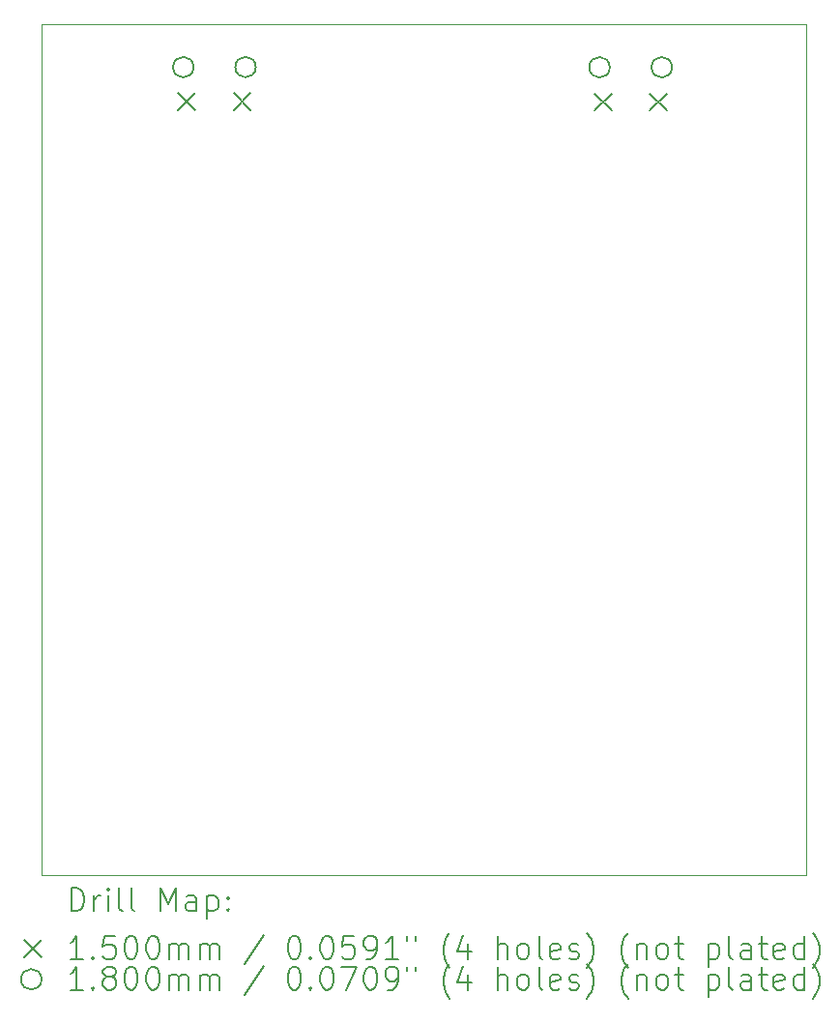
<source format=gbr>
%TF.GenerationSoftware,KiCad,Pcbnew,7.0.10+1*%
%TF.CreationDate,2024-02-25T17:46:58-05:00*%
%TF.ProjectId,DeskHop_JLCPCB,4465736b-486f-4705-9f4a-4c435043422e,rev?*%
%TF.SameCoordinates,Original*%
%TF.FileFunction,Drillmap*%
%TF.FilePolarity,Positive*%
%FSLAX45Y45*%
G04 Gerber Fmt 4.5, Leading zero omitted, Abs format (unit mm)*
G04 Created by KiCad (PCBNEW 7.0.10+1) date 2024-02-25 17:46:58*
%MOMM*%
%LPD*%
G01*
G04 APERTURE LIST*
%ADD10C,0.050000*%
%ADD11C,0.200000*%
%ADD12C,0.150000*%
%ADD13C,0.180000*%
G04 APERTURE END LIST*
D10*
X3377340Y-4108512D02*
X10068957Y-4108512D01*
X10068957Y-11556637D01*
X3377340Y-11556637D01*
X3377340Y-4108512D01*
D11*
D12*
X4571052Y-4709825D02*
X4721052Y-4859825D01*
X4721052Y-4709825D02*
X4571052Y-4859825D01*
X5056052Y-4709825D02*
X5206052Y-4859825D01*
X5206052Y-4709825D02*
X5056052Y-4859825D01*
X8216900Y-4711400D02*
X8366900Y-4861400D01*
X8366900Y-4711400D02*
X8216900Y-4861400D01*
X8701900Y-4711400D02*
X8851900Y-4861400D01*
X8851900Y-4711400D02*
X8701900Y-4861400D01*
D13*
X4706052Y-4481825D02*
G75*
G03*
X4526052Y-4481825I-90000J0D01*
G01*
X4526052Y-4481825D02*
G75*
G03*
X4706052Y-4481825I90000J0D01*
G01*
X5251052Y-4481825D02*
G75*
G03*
X5071052Y-4481825I-90000J0D01*
G01*
X5071052Y-4481825D02*
G75*
G03*
X5251052Y-4481825I90000J0D01*
G01*
X8351900Y-4483400D02*
G75*
G03*
X8171900Y-4483400I-90000J0D01*
G01*
X8171900Y-4483400D02*
G75*
G03*
X8351900Y-4483400I90000J0D01*
G01*
X8896900Y-4483400D02*
G75*
G03*
X8716900Y-4483400I-90000J0D01*
G01*
X8716900Y-4483400D02*
G75*
G03*
X8896900Y-4483400I90000J0D01*
G01*
D11*
X3635617Y-11870621D02*
X3635617Y-11670621D01*
X3635617Y-11670621D02*
X3683236Y-11670621D01*
X3683236Y-11670621D02*
X3711808Y-11680145D01*
X3711808Y-11680145D02*
X3730855Y-11699193D01*
X3730855Y-11699193D02*
X3740379Y-11718240D01*
X3740379Y-11718240D02*
X3749903Y-11756335D01*
X3749903Y-11756335D02*
X3749903Y-11784907D01*
X3749903Y-11784907D02*
X3740379Y-11823002D01*
X3740379Y-11823002D02*
X3730855Y-11842050D01*
X3730855Y-11842050D02*
X3711808Y-11861097D01*
X3711808Y-11861097D02*
X3683236Y-11870621D01*
X3683236Y-11870621D02*
X3635617Y-11870621D01*
X3835617Y-11870621D02*
X3835617Y-11737288D01*
X3835617Y-11775383D02*
X3845141Y-11756335D01*
X3845141Y-11756335D02*
X3854665Y-11746812D01*
X3854665Y-11746812D02*
X3873712Y-11737288D01*
X3873712Y-11737288D02*
X3892760Y-11737288D01*
X3959427Y-11870621D02*
X3959427Y-11737288D01*
X3959427Y-11670621D02*
X3949903Y-11680145D01*
X3949903Y-11680145D02*
X3959427Y-11689669D01*
X3959427Y-11689669D02*
X3968950Y-11680145D01*
X3968950Y-11680145D02*
X3959427Y-11670621D01*
X3959427Y-11670621D02*
X3959427Y-11689669D01*
X4083236Y-11870621D02*
X4064188Y-11861097D01*
X4064188Y-11861097D02*
X4054665Y-11842050D01*
X4054665Y-11842050D02*
X4054665Y-11670621D01*
X4187998Y-11870621D02*
X4168950Y-11861097D01*
X4168950Y-11861097D02*
X4159427Y-11842050D01*
X4159427Y-11842050D02*
X4159427Y-11670621D01*
X4416570Y-11870621D02*
X4416570Y-11670621D01*
X4416570Y-11670621D02*
X4483236Y-11813478D01*
X4483236Y-11813478D02*
X4549903Y-11670621D01*
X4549903Y-11670621D02*
X4549903Y-11870621D01*
X4730855Y-11870621D02*
X4730855Y-11765859D01*
X4730855Y-11765859D02*
X4721331Y-11746812D01*
X4721331Y-11746812D02*
X4702284Y-11737288D01*
X4702284Y-11737288D02*
X4664189Y-11737288D01*
X4664189Y-11737288D02*
X4645141Y-11746812D01*
X4730855Y-11861097D02*
X4711808Y-11870621D01*
X4711808Y-11870621D02*
X4664189Y-11870621D01*
X4664189Y-11870621D02*
X4645141Y-11861097D01*
X4645141Y-11861097D02*
X4635617Y-11842050D01*
X4635617Y-11842050D02*
X4635617Y-11823002D01*
X4635617Y-11823002D02*
X4645141Y-11803955D01*
X4645141Y-11803955D02*
X4664189Y-11794431D01*
X4664189Y-11794431D02*
X4711808Y-11794431D01*
X4711808Y-11794431D02*
X4730855Y-11784907D01*
X4826093Y-11737288D02*
X4826093Y-11937288D01*
X4826093Y-11746812D02*
X4845141Y-11737288D01*
X4845141Y-11737288D02*
X4883236Y-11737288D01*
X4883236Y-11737288D02*
X4902284Y-11746812D01*
X4902284Y-11746812D02*
X4911808Y-11756335D01*
X4911808Y-11756335D02*
X4921331Y-11775383D01*
X4921331Y-11775383D02*
X4921331Y-11832526D01*
X4921331Y-11832526D02*
X4911808Y-11851574D01*
X4911808Y-11851574D02*
X4902284Y-11861097D01*
X4902284Y-11861097D02*
X4883236Y-11870621D01*
X4883236Y-11870621D02*
X4845141Y-11870621D01*
X4845141Y-11870621D02*
X4826093Y-11861097D01*
X5007046Y-11851574D02*
X5016570Y-11861097D01*
X5016570Y-11861097D02*
X5007046Y-11870621D01*
X5007046Y-11870621D02*
X4997522Y-11861097D01*
X4997522Y-11861097D02*
X5007046Y-11851574D01*
X5007046Y-11851574D02*
X5007046Y-11870621D01*
X5007046Y-11746812D02*
X5016570Y-11756335D01*
X5016570Y-11756335D02*
X5007046Y-11765859D01*
X5007046Y-11765859D02*
X4997522Y-11756335D01*
X4997522Y-11756335D02*
X5007046Y-11746812D01*
X5007046Y-11746812D02*
X5007046Y-11765859D01*
D12*
X3224840Y-12124137D02*
X3374840Y-12274137D01*
X3374840Y-12124137D02*
X3224840Y-12274137D01*
D11*
X3740379Y-12290621D02*
X3626093Y-12290621D01*
X3683236Y-12290621D02*
X3683236Y-12090621D01*
X3683236Y-12090621D02*
X3664188Y-12119193D01*
X3664188Y-12119193D02*
X3645141Y-12138240D01*
X3645141Y-12138240D02*
X3626093Y-12147764D01*
X3826093Y-12271574D02*
X3835617Y-12281097D01*
X3835617Y-12281097D02*
X3826093Y-12290621D01*
X3826093Y-12290621D02*
X3816569Y-12281097D01*
X3816569Y-12281097D02*
X3826093Y-12271574D01*
X3826093Y-12271574D02*
X3826093Y-12290621D01*
X4016569Y-12090621D02*
X3921331Y-12090621D01*
X3921331Y-12090621D02*
X3911808Y-12185859D01*
X3911808Y-12185859D02*
X3921331Y-12176335D01*
X3921331Y-12176335D02*
X3940379Y-12166812D01*
X3940379Y-12166812D02*
X3987998Y-12166812D01*
X3987998Y-12166812D02*
X4007046Y-12176335D01*
X4007046Y-12176335D02*
X4016569Y-12185859D01*
X4016569Y-12185859D02*
X4026093Y-12204907D01*
X4026093Y-12204907D02*
X4026093Y-12252526D01*
X4026093Y-12252526D02*
X4016569Y-12271574D01*
X4016569Y-12271574D02*
X4007046Y-12281097D01*
X4007046Y-12281097D02*
X3987998Y-12290621D01*
X3987998Y-12290621D02*
X3940379Y-12290621D01*
X3940379Y-12290621D02*
X3921331Y-12281097D01*
X3921331Y-12281097D02*
X3911808Y-12271574D01*
X4149903Y-12090621D02*
X4168950Y-12090621D01*
X4168950Y-12090621D02*
X4187998Y-12100145D01*
X4187998Y-12100145D02*
X4197522Y-12109669D01*
X4197522Y-12109669D02*
X4207046Y-12128716D01*
X4207046Y-12128716D02*
X4216570Y-12166812D01*
X4216570Y-12166812D02*
X4216570Y-12214431D01*
X4216570Y-12214431D02*
X4207046Y-12252526D01*
X4207046Y-12252526D02*
X4197522Y-12271574D01*
X4197522Y-12271574D02*
X4187998Y-12281097D01*
X4187998Y-12281097D02*
X4168950Y-12290621D01*
X4168950Y-12290621D02*
X4149903Y-12290621D01*
X4149903Y-12290621D02*
X4130855Y-12281097D01*
X4130855Y-12281097D02*
X4121331Y-12271574D01*
X4121331Y-12271574D02*
X4111808Y-12252526D01*
X4111808Y-12252526D02*
X4102284Y-12214431D01*
X4102284Y-12214431D02*
X4102284Y-12166812D01*
X4102284Y-12166812D02*
X4111808Y-12128716D01*
X4111808Y-12128716D02*
X4121331Y-12109669D01*
X4121331Y-12109669D02*
X4130855Y-12100145D01*
X4130855Y-12100145D02*
X4149903Y-12090621D01*
X4340379Y-12090621D02*
X4359427Y-12090621D01*
X4359427Y-12090621D02*
X4378474Y-12100145D01*
X4378474Y-12100145D02*
X4387998Y-12109669D01*
X4387998Y-12109669D02*
X4397522Y-12128716D01*
X4397522Y-12128716D02*
X4407046Y-12166812D01*
X4407046Y-12166812D02*
X4407046Y-12214431D01*
X4407046Y-12214431D02*
X4397522Y-12252526D01*
X4397522Y-12252526D02*
X4387998Y-12271574D01*
X4387998Y-12271574D02*
X4378474Y-12281097D01*
X4378474Y-12281097D02*
X4359427Y-12290621D01*
X4359427Y-12290621D02*
X4340379Y-12290621D01*
X4340379Y-12290621D02*
X4321331Y-12281097D01*
X4321331Y-12281097D02*
X4311808Y-12271574D01*
X4311808Y-12271574D02*
X4302284Y-12252526D01*
X4302284Y-12252526D02*
X4292760Y-12214431D01*
X4292760Y-12214431D02*
X4292760Y-12166812D01*
X4292760Y-12166812D02*
X4302284Y-12128716D01*
X4302284Y-12128716D02*
X4311808Y-12109669D01*
X4311808Y-12109669D02*
X4321331Y-12100145D01*
X4321331Y-12100145D02*
X4340379Y-12090621D01*
X4492760Y-12290621D02*
X4492760Y-12157288D01*
X4492760Y-12176335D02*
X4502284Y-12166812D01*
X4502284Y-12166812D02*
X4521331Y-12157288D01*
X4521331Y-12157288D02*
X4549903Y-12157288D01*
X4549903Y-12157288D02*
X4568951Y-12166812D01*
X4568951Y-12166812D02*
X4578474Y-12185859D01*
X4578474Y-12185859D02*
X4578474Y-12290621D01*
X4578474Y-12185859D02*
X4587998Y-12166812D01*
X4587998Y-12166812D02*
X4607046Y-12157288D01*
X4607046Y-12157288D02*
X4635617Y-12157288D01*
X4635617Y-12157288D02*
X4654665Y-12166812D01*
X4654665Y-12166812D02*
X4664189Y-12185859D01*
X4664189Y-12185859D02*
X4664189Y-12290621D01*
X4759427Y-12290621D02*
X4759427Y-12157288D01*
X4759427Y-12176335D02*
X4768951Y-12166812D01*
X4768951Y-12166812D02*
X4787998Y-12157288D01*
X4787998Y-12157288D02*
X4816570Y-12157288D01*
X4816570Y-12157288D02*
X4835617Y-12166812D01*
X4835617Y-12166812D02*
X4845141Y-12185859D01*
X4845141Y-12185859D02*
X4845141Y-12290621D01*
X4845141Y-12185859D02*
X4854665Y-12166812D01*
X4854665Y-12166812D02*
X4873712Y-12157288D01*
X4873712Y-12157288D02*
X4902284Y-12157288D01*
X4902284Y-12157288D02*
X4921332Y-12166812D01*
X4921332Y-12166812D02*
X4930855Y-12185859D01*
X4930855Y-12185859D02*
X4930855Y-12290621D01*
X5321332Y-12081097D02*
X5149903Y-12338240D01*
X5578474Y-12090621D02*
X5597522Y-12090621D01*
X5597522Y-12090621D02*
X5616570Y-12100145D01*
X5616570Y-12100145D02*
X5626093Y-12109669D01*
X5626093Y-12109669D02*
X5635617Y-12128716D01*
X5635617Y-12128716D02*
X5645141Y-12166812D01*
X5645141Y-12166812D02*
X5645141Y-12214431D01*
X5645141Y-12214431D02*
X5635617Y-12252526D01*
X5635617Y-12252526D02*
X5626093Y-12271574D01*
X5626093Y-12271574D02*
X5616570Y-12281097D01*
X5616570Y-12281097D02*
X5597522Y-12290621D01*
X5597522Y-12290621D02*
X5578474Y-12290621D01*
X5578474Y-12290621D02*
X5559427Y-12281097D01*
X5559427Y-12281097D02*
X5549903Y-12271574D01*
X5549903Y-12271574D02*
X5540379Y-12252526D01*
X5540379Y-12252526D02*
X5530855Y-12214431D01*
X5530855Y-12214431D02*
X5530855Y-12166812D01*
X5530855Y-12166812D02*
X5540379Y-12128716D01*
X5540379Y-12128716D02*
X5549903Y-12109669D01*
X5549903Y-12109669D02*
X5559427Y-12100145D01*
X5559427Y-12100145D02*
X5578474Y-12090621D01*
X5730855Y-12271574D02*
X5740379Y-12281097D01*
X5740379Y-12281097D02*
X5730855Y-12290621D01*
X5730855Y-12290621D02*
X5721332Y-12281097D01*
X5721332Y-12281097D02*
X5730855Y-12271574D01*
X5730855Y-12271574D02*
X5730855Y-12290621D01*
X5864189Y-12090621D02*
X5883236Y-12090621D01*
X5883236Y-12090621D02*
X5902284Y-12100145D01*
X5902284Y-12100145D02*
X5911808Y-12109669D01*
X5911808Y-12109669D02*
X5921332Y-12128716D01*
X5921332Y-12128716D02*
X5930855Y-12166812D01*
X5930855Y-12166812D02*
X5930855Y-12214431D01*
X5930855Y-12214431D02*
X5921332Y-12252526D01*
X5921332Y-12252526D02*
X5911808Y-12271574D01*
X5911808Y-12271574D02*
X5902284Y-12281097D01*
X5902284Y-12281097D02*
X5883236Y-12290621D01*
X5883236Y-12290621D02*
X5864189Y-12290621D01*
X5864189Y-12290621D02*
X5845141Y-12281097D01*
X5845141Y-12281097D02*
X5835617Y-12271574D01*
X5835617Y-12271574D02*
X5826093Y-12252526D01*
X5826093Y-12252526D02*
X5816570Y-12214431D01*
X5816570Y-12214431D02*
X5816570Y-12166812D01*
X5816570Y-12166812D02*
X5826093Y-12128716D01*
X5826093Y-12128716D02*
X5835617Y-12109669D01*
X5835617Y-12109669D02*
X5845141Y-12100145D01*
X5845141Y-12100145D02*
X5864189Y-12090621D01*
X6111808Y-12090621D02*
X6016570Y-12090621D01*
X6016570Y-12090621D02*
X6007046Y-12185859D01*
X6007046Y-12185859D02*
X6016570Y-12176335D01*
X6016570Y-12176335D02*
X6035617Y-12166812D01*
X6035617Y-12166812D02*
X6083236Y-12166812D01*
X6083236Y-12166812D02*
X6102284Y-12176335D01*
X6102284Y-12176335D02*
X6111808Y-12185859D01*
X6111808Y-12185859D02*
X6121332Y-12204907D01*
X6121332Y-12204907D02*
X6121332Y-12252526D01*
X6121332Y-12252526D02*
X6111808Y-12271574D01*
X6111808Y-12271574D02*
X6102284Y-12281097D01*
X6102284Y-12281097D02*
X6083236Y-12290621D01*
X6083236Y-12290621D02*
X6035617Y-12290621D01*
X6035617Y-12290621D02*
X6016570Y-12281097D01*
X6016570Y-12281097D02*
X6007046Y-12271574D01*
X6216570Y-12290621D02*
X6254665Y-12290621D01*
X6254665Y-12290621D02*
X6273713Y-12281097D01*
X6273713Y-12281097D02*
X6283236Y-12271574D01*
X6283236Y-12271574D02*
X6302284Y-12243002D01*
X6302284Y-12243002D02*
X6311808Y-12204907D01*
X6311808Y-12204907D02*
X6311808Y-12128716D01*
X6311808Y-12128716D02*
X6302284Y-12109669D01*
X6302284Y-12109669D02*
X6292760Y-12100145D01*
X6292760Y-12100145D02*
X6273713Y-12090621D01*
X6273713Y-12090621D02*
X6235617Y-12090621D01*
X6235617Y-12090621D02*
X6216570Y-12100145D01*
X6216570Y-12100145D02*
X6207046Y-12109669D01*
X6207046Y-12109669D02*
X6197522Y-12128716D01*
X6197522Y-12128716D02*
X6197522Y-12176335D01*
X6197522Y-12176335D02*
X6207046Y-12195383D01*
X6207046Y-12195383D02*
X6216570Y-12204907D01*
X6216570Y-12204907D02*
X6235617Y-12214431D01*
X6235617Y-12214431D02*
X6273713Y-12214431D01*
X6273713Y-12214431D02*
X6292760Y-12204907D01*
X6292760Y-12204907D02*
X6302284Y-12195383D01*
X6302284Y-12195383D02*
X6311808Y-12176335D01*
X6502284Y-12290621D02*
X6387998Y-12290621D01*
X6445141Y-12290621D02*
X6445141Y-12090621D01*
X6445141Y-12090621D02*
X6426093Y-12119193D01*
X6426093Y-12119193D02*
X6407046Y-12138240D01*
X6407046Y-12138240D02*
X6387998Y-12147764D01*
X6578474Y-12090621D02*
X6578474Y-12128716D01*
X6654665Y-12090621D02*
X6654665Y-12128716D01*
X6949903Y-12366812D02*
X6940379Y-12357288D01*
X6940379Y-12357288D02*
X6921332Y-12328716D01*
X6921332Y-12328716D02*
X6911808Y-12309669D01*
X6911808Y-12309669D02*
X6902284Y-12281097D01*
X6902284Y-12281097D02*
X6892760Y-12233478D01*
X6892760Y-12233478D02*
X6892760Y-12195383D01*
X6892760Y-12195383D02*
X6902284Y-12147764D01*
X6902284Y-12147764D02*
X6911808Y-12119193D01*
X6911808Y-12119193D02*
X6921332Y-12100145D01*
X6921332Y-12100145D02*
X6940379Y-12071574D01*
X6940379Y-12071574D02*
X6949903Y-12062050D01*
X7111808Y-12157288D02*
X7111808Y-12290621D01*
X7064189Y-12081097D02*
X7016570Y-12223955D01*
X7016570Y-12223955D02*
X7140379Y-12223955D01*
X7368951Y-12290621D02*
X7368951Y-12090621D01*
X7454665Y-12290621D02*
X7454665Y-12185859D01*
X7454665Y-12185859D02*
X7445141Y-12166812D01*
X7445141Y-12166812D02*
X7426094Y-12157288D01*
X7426094Y-12157288D02*
X7397522Y-12157288D01*
X7397522Y-12157288D02*
X7378475Y-12166812D01*
X7378475Y-12166812D02*
X7368951Y-12176335D01*
X7578475Y-12290621D02*
X7559427Y-12281097D01*
X7559427Y-12281097D02*
X7549903Y-12271574D01*
X7549903Y-12271574D02*
X7540379Y-12252526D01*
X7540379Y-12252526D02*
X7540379Y-12195383D01*
X7540379Y-12195383D02*
X7549903Y-12176335D01*
X7549903Y-12176335D02*
X7559427Y-12166812D01*
X7559427Y-12166812D02*
X7578475Y-12157288D01*
X7578475Y-12157288D02*
X7607046Y-12157288D01*
X7607046Y-12157288D02*
X7626094Y-12166812D01*
X7626094Y-12166812D02*
X7635617Y-12176335D01*
X7635617Y-12176335D02*
X7645141Y-12195383D01*
X7645141Y-12195383D02*
X7645141Y-12252526D01*
X7645141Y-12252526D02*
X7635617Y-12271574D01*
X7635617Y-12271574D02*
X7626094Y-12281097D01*
X7626094Y-12281097D02*
X7607046Y-12290621D01*
X7607046Y-12290621D02*
X7578475Y-12290621D01*
X7759427Y-12290621D02*
X7740379Y-12281097D01*
X7740379Y-12281097D02*
X7730856Y-12262050D01*
X7730856Y-12262050D02*
X7730856Y-12090621D01*
X7911808Y-12281097D02*
X7892760Y-12290621D01*
X7892760Y-12290621D02*
X7854665Y-12290621D01*
X7854665Y-12290621D02*
X7835617Y-12281097D01*
X7835617Y-12281097D02*
X7826094Y-12262050D01*
X7826094Y-12262050D02*
X7826094Y-12185859D01*
X7826094Y-12185859D02*
X7835617Y-12166812D01*
X7835617Y-12166812D02*
X7854665Y-12157288D01*
X7854665Y-12157288D02*
X7892760Y-12157288D01*
X7892760Y-12157288D02*
X7911808Y-12166812D01*
X7911808Y-12166812D02*
X7921332Y-12185859D01*
X7921332Y-12185859D02*
X7921332Y-12204907D01*
X7921332Y-12204907D02*
X7826094Y-12223955D01*
X7997522Y-12281097D02*
X8016570Y-12290621D01*
X8016570Y-12290621D02*
X8054665Y-12290621D01*
X8054665Y-12290621D02*
X8073713Y-12281097D01*
X8073713Y-12281097D02*
X8083237Y-12262050D01*
X8083237Y-12262050D02*
X8083237Y-12252526D01*
X8083237Y-12252526D02*
X8073713Y-12233478D01*
X8073713Y-12233478D02*
X8054665Y-12223955D01*
X8054665Y-12223955D02*
X8026094Y-12223955D01*
X8026094Y-12223955D02*
X8007046Y-12214431D01*
X8007046Y-12214431D02*
X7997522Y-12195383D01*
X7997522Y-12195383D02*
X7997522Y-12185859D01*
X7997522Y-12185859D02*
X8007046Y-12166812D01*
X8007046Y-12166812D02*
X8026094Y-12157288D01*
X8026094Y-12157288D02*
X8054665Y-12157288D01*
X8054665Y-12157288D02*
X8073713Y-12166812D01*
X8149903Y-12366812D02*
X8159427Y-12357288D01*
X8159427Y-12357288D02*
X8178475Y-12328716D01*
X8178475Y-12328716D02*
X8187998Y-12309669D01*
X8187998Y-12309669D02*
X8197522Y-12281097D01*
X8197522Y-12281097D02*
X8207046Y-12233478D01*
X8207046Y-12233478D02*
X8207046Y-12195383D01*
X8207046Y-12195383D02*
X8197522Y-12147764D01*
X8197522Y-12147764D02*
X8187998Y-12119193D01*
X8187998Y-12119193D02*
X8178475Y-12100145D01*
X8178475Y-12100145D02*
X8159427Y-12071574D01*
X8159427Y-12071574D02*
X8149903Y-12062050D01*
X8511808Y-12366812D02*
X8502284Y-12357288D01*
X8502284Y-12357288D02*
X8483237Y-12328716D01*
X8483237Y-12328716D02*
X8473713Y-12309669D01*
X8473713Y-12309669D02*
X8464189Y-12281097D01*
X8464189Y-12281097D02*
X8454665Y-12233478D01*
X8454665Y-12233478D02*
X8454665Y-12195383D01*
X8454665Y-12195383D02*
X8464189Y-12147764D01*
X8464189Y-12147764D02*
X8473713Y-12119193D01*
X8473713Y-12119193D02*
X8483237Y-12100145D01*
X8483237Y-12100145D02*
X8502284Y-12071574D01*
X8502284Y-12071574D02*
X8511808Y-12062050D01*
X8587999Y-12157288D02*
X8587999Y-12290621D01*
X8587999Y-12176335D02*
X8597522Y-12166812D01*
X8597522Y-12166812D02*
X8616570Y-12157288D01*
X8616570Y-12157288D02*
X8645141Y-12157288D01*
X8645141Y-12157288D02*
X8664189Y-12166812D01*
X8664189Y-12166812D02*
X8673713Y-12185859D01*
X8673713Y-12185859D02*
X8673713Y-12290621D01*
X8797522Y-12290621D02*
X8778475Y-12281097D01*
X8778475Y-12281097D02*
X8768951Y-12271574D01*
X8768951Y-12271574D02*
X8759427Y-12252526D01*
X8759427Y-12252526D02*
X8759427Y-12195383D01*
X8759427Y-12195383D02*
X8768951Y-12176335D01*
X8768951Y-12176335D02*
X8778475Y-12166812D01*
X8778475Y-12166812D02*
X8797522Y-12157288D01*
X8797522Y-12157288D02*
X8826094Y-12157288D01*
X8826094Y-12157288D02*
X8845141Y-12166812D01*
X8845141Y-12166812D02*
X8854665Y-12176335D01*
X8854665Y-12176335D02*
X8864189Y-12195383D01*
X8864189Y-12195383D02*
X8864189Y-12252526D01*
X8864189Y-12252526D02*
X8854665Y-12271574D01*
X8854665Y-12271574D02*
X8845141Y-12281097D01*
X8845141Y-12281097D02*
X8826094Y-12290621D01*
X8826094Y-12290621D02*
X8797522Y-12290621D01*
X8921332Y-12157288D02*
X8997522Y-12157288D01*
X8949903Y-12090621D02*
X8949903Y-12262050D01*
X8949903Y-12262050D02*
X8959427Y-12281097D01*
X8959427Y-12281097D02*
X8978475Y-12290621D01*
X8978475Y-12290621D02*
X8997522Y-12290621D01*
X9216570Y-12157288D02*
X9216570Y-12357288D01*
X9216570Y-12166812D02*
X9235618Y-12157288D01*
X9235618Y-12157288D02*
X9273713Y-12157288D01*
X9273713Y-12157288D02*
X9292761Y-12166812D01*
X9292761Y-12166812D02*
X9302284Y-12176335D01*
X9302284Y-12176335D02*
X9311808Y-12195383D01*
X9311808Y-12195383D02*
X9311808Y-12252526D01*
X9311808Y-12252526D02*
X9302284Y-12271574D01*
X9302284Y-12271574D02*
X9292761Y-12281097D01*
X9292761Y-12281097D02*
X9273713Y-12290621D01*
X9273713Y-12290621D02*
X9235618Y-12290621D01*
X9235618Y-12290621D02*
X9216570Y-12281097D01*
X9426094Y-12290621D02*
X9407046Y-12281097D01*
X9407046Y-12281097D02*
X9397522Y-12262050D01*
X9397522Y-12262050D02*
X9397522Y-12090621D01*
X9587999Y-12290621D02*
X9587999Y-12185859D01*
X9587999Y-12185859D02*
X9578475Y-12166812D01*
X9578475Y-12166812D02*
X9559427Y-12157288D01*
X9559427Y-12157288D02*
X9521332Y-12157288D01*
X9521332Y-12157288D02*
X9502284Y-12166812D01*
X9587999Y-12281097D02*
X9568951Y-12290621D01*
X9568951Y-12290621D02*
X9521332Y-12290621D01*
X9521332Y-12290621D02*
X9502284Y-12281097D01*
X9502284Y-12281097D02*
X9492761Y-12262050D01*
X9492761Y-12262050D02*
X9492761Y-12243002D01*
X9492761Y-12243002D02*
X9502284Y-12223955D01*
X9502284Y-12223955D02*
X9521332Y-12214431D01*
X9521332Y-12214431D02*
X9568951Y-12214431D01*
X9568951Y-12214431D02*
X9587999Y-12204907D01*
X9654665Y-12157288D02*
X9730856Y-12157288D01*
X9683237Y-12090621D02*
X9683237Y-12262050D01*
X9683237Y-12262050D02*
X9692761Y-12281097D01*
X9692761Y-12281097D02*
X9711808Y-12290621D01*
X9711808Y-12290621D02*
X9730856Y-12290621D01*
X9873713Y-12281097D02*
X9854665Y-12290621D01*
X9854665Y-12290621D02*
X9816570Y-12290621D01*
X9816570Y-12290621D02*
X9797522Y-12281097D01*
X9797522Y-12281097D02*
X9787999Y-12262050D01*
X9787999Y-12262050D02*
X9787999Y-12185859D01*
X9787999Y-12185859D02*
X9797522Y-12166812D01*
X9797522Y-12166812D02*
X9816570Y-12157288D01*
X9816570Y-12157288D02*
X9854665Y-12157288D01*
X9854665Y-12157288D02*
X9873713Y-12166812D01*
X9873713Y-12166812D02*
X9883237Y-12185859D01*
X9883237Y-12185859D02*
X9883237Y-12204907D01*
X9883237Y-12204907D02*
X9787999Y-12223955D01*
X10054665Y-12290621D02*
X10054665Y-12090621D01*
X10054665Y-12281097D02*
X10035618Y-12290621D01*
X10035618Y-12290621D02*
X9997522Y-12290621D01*
X9997522Y-12290621D02*
X9978475Y-12281097D01*
X9978475Y-12281097D02*
X9968951Y-12271574D01*
X9968951Y-12271574D02*
X9959427Y-12252526D01*
X9959427Y-12252526D02*
X9959427Y-12195383D01*
X9959427Y-12195383D02*
X9968951Y-12176335D01*
X9968951Y-12176335D02*
X9978475Y-12166812D01*
X9978475Y-12166812D02*
X9997522Y-12157288D01*
X9997522Y-12157288D02*
X10035618Y-12157288D01*
X10035618Y-12157288D02*
X10054665Y-12166812D01*
X10130856Y-12366812D02*
X10140380Y-12357288D01*
X10140380Y-12357288D02*
X10159427Y-12328716D01*
X10159427Y-12328716D02*
X10168951Y-12309669D01*
X10168951Y-12309669D02*
X10178475Y-12281097D01*
X10178475Y-12281097D02*
X10187999Y-12233478D01*
X10187999Y-12233478D02*
X10187999Y-12195383D01*
X10187999Y-12195383D02*
X10178475Y-12147764D01*
X10178475Y-12147764D02*
X10168951Y-12119193D01*
X10168951Y-12119193D02*
X10159427Y-12100145D01*
X10159427Y-12100145D02*
X10140380Y-12071574D01*
X10140380Y-12071574D02*
X10130856Y-12062050D01*
D13*
X3374840Y-12469137D02*
G75*
G03*
X3194840Y-12469137I-90000J0D01*
G01*
X3194840Y-12469137D02*
G75*
G03*
X3374840Y-12469137I90000J0D01*
G01*
D11*
X3740379Y-12560621D02*
X3626093Y-12560621D01*
X3683236Y-12560621D02*
X3683236Y-12360621D01*
X3683236Y-12360621D02*
X3664188Y-12389193D01*
X3664188Y-12389193D02*
X3645141Y-12408240D01*
X3645141Y-12408240D02*
X3626093Y-12417764D01*
X3826093Y-12541574D02*
X3835617Y-12551097D01*
X3835617Y-12551097D02*
X3826093Y-12560621D01*
X3826093Y-12560621D02*
X3816569Y-12551097D01*
X3816569Y-12551097D02*
X3826093Y-12541574D01*
X3826093Y-12541574D02*
X3826093Y-12560621D01*
X3949903Y-12446335D02*
X3930855Y-12436812D01*
X3930855Y-12436812D02*
X3921331Y-12427288D01*
X3921331Y-12427288D02*
X3911808Y-12408240D01*
X3911808Y-12408240D02*
X3911808Y-12398716D01*
X3911808Y-12398716D02*
X3921331Y-12379669D01*
X3921331Y-12379669D02*
X3930855Y-12370145D01*
X3930855Y-12370145D02*
X3949903Y-12360621D01*
X3949903Y-12360621D02*
X3987998Y-12360621D01*
X3987998Y-12360621D02*
X4007046Y-12370145D01*
X4007046Y-12370145D02*
X4016569Y-12379669D01*
X4016569Y-12379669D02*
X4026093Y-12398716D01*
X4026093Y-12398716D02*
X4026093Y-12408240D01*
X4026093Y-12408240D02*
X4016569Y-12427288D01*
X4016569Y-12427288D02*
X4007046Y-12436812D01*
X4007046Y-12436812D02*
X3987998Y-12446335D01*
X3987998Y-12446335D02*
X3949903Y-12446335D01*
X3949903Y-12446335D02*
X3930855Y-12455859D01*
X3930855Y-12455859D02*
X3921331Y-12465383D01*
X3921331Y-12465383D02*
X3911808Y-12484431D01*
X3911808Y-12484431D02*
X3911808Y-12522526D01*
X3911808Y-12522526D02*
X3921331Y-12541574D01*
X3921331Y-12541574D02*
X3930855Y-12551097D01*
X3930855Y-12551097D02*
X3949903Y-12560621D01*
X3949903Y-12560621D02*
X3987998Y-12560621D01*
X3987998Y-12560621D02*
X4007046Y-12551097D01*
X4007046Y-12551097D02*
X4016569Y-12541574D01*
X4016569Y-12541574D02*
X4026093Y-12522526D01*
X4026093Y-12522526D02*
X4026093Y-12484431D01*
X4026093Y-12484431D02*
X4016569Y-12465383D01*
X4016569Y-12465383D02*
X4007046Y-12455859D01*
X4007046Y-12455859D02*
X3987998Y-12446335D01*
X4149903Y-12360621D02*
X4168950Y-12360621D01*
X4168950Y-12360621D02*
X4187998Y-12370145D01*
X4187998Y-12370145D02*
X4197522Y-12379669D01*
X4197522Y-12379669D02*
X4207046Y-12398716D01*
X4207046Y-12398716D02*
X4216570Y-12436812D01*
X4216570Y-12436812D02*
X4216570Y-12484431D01*
X4216570Y-12484431D02*
X4207046Y-12522526D01*
X4207046Y-12522526D02*
X4197522Y-12541574D01*
X4197522Y-12541574D02*
X4187998Y-12551097D01*
X4187998Y-12551097D02*
X4168950Y-12560621D01*
X4168950Y-12560621D02*
X4149903Y-12560621D01*
X4149903Y-12560621D02*
X4130855Y-12551097D01*
X4130855Y-12551097D02*
X4121331Y-12541574D01*
X4121331Y-12541574D02*
X4111808Y-12522526D01*
X4111808Y-12522526D02*
X4102284Y-12484431D01*
X4102284Y-12484431D02*
X4102284Y-12436812D01*
X4102284Y-12436812D02*
X4111808Y-12398716D01*
X4111808Y-12398716D02*
X4121331Y-12379669D01*
X4121331Y-12379669D02*
X4130855Y-12370145D01*
X4130855Y-12370145D02*
X4149903Y-12360621D01*
X4340379Y-12360621D02*
X4359427Y-12360621D01*
X4359427Y-12360621D02*
X4378474Y-12370145D01*
X4378474Y-12370145D02*
X4387998Y-12379669D01*
X4387998Y-12379669D02*
X4397522Y-12398716D01*
X4397522Y-12398716D02*
X4407046Y-12436812D01*
X4407046Y-12436812D02*
X4407046Y-12484431D01*
X4407046Y-12484431D02*
X4397522Y-12522526D01*
X4397522Y-12522526D02*
X4387998Y-12541574D01*
X4387998Y-12541574D02*
X4378474Y-12551097D01*
X4378474Y-12551097D02*
X4359427Y-12560621D01*
X4359427Y-12560621D02*
X4340379Y-12560621D01*
X4340379Y-12560621D02*
X4321331Y-12551097D01*
X4321331Y-12551097D02*
X4311808Y-12541574D01*
X4311808Y-12541574D02*
X4302284Y-12522526D01*
X4302284Y-12522526D02*
X4292760Y-12484431D01*
X4292760Y-12484431D02*
X4292760Y-12436812D01*
X4292760Y-12436812D02*
X4302284Y-12398716D01*
X4302284Y-12398716D02*
X4311808Y-12379669D01*
X4311808Y-12379669D02*
X4321331Y-12370145D01*
X4321331Y-12370145D02*
X4340379Y-12360621D01*
X4492760Y-12560621D02*
X4492760Y-12427288D01*
X4492760Y-12446335D02*
X4502284Y-12436812D01*
X4502284Y-12436812D02*
X4521331Y-12427288D01*
X4521331Y-12427288D02*
X4549903Y-12427288D01*
X4549903Y-12427288D02*
X4568951Y-12436812D01*
X4568951Y-12436812D02*
X4578474Y-12455859D01*
X4578474Y-12455859D02*
X4578474Y-12560621D01*
X4578474Y-12455859D02*
X4587998Y-12436812D01*
X4587998Y-12436812D02*
X4607046Y-12427288D01*
X4607046Y-12427288D02*
X4635617Y-12427288D01*
X4635617Y-12427288D02*
X4654665Y-12436812D01*
X4654665Y-12436812D02*
X4664189Y-12455859D01*
X4664189Y-12455859D02*
X4664189Y-12560621D01*
X4759427Y-12560621D02*
X4759427Y-12427288D01*
X4759427Y-12446335D02*
X4768951Y-12436812D01*
X4768951Y-12436812D02*
X4787998Y-12427288D01*
X4787998Y-12427288D02*
X4816570Y-12427288D01*
X4816570Y-12427288D02*
X4835617Y-12436812D01*
X4835617Y-12436812D02*
X4845141Y-12455859D01*
X4845141Y-12455859D02*
X4845141Y-12560621D01*
X4845141Y-12455859D02*
X4854665Y-12436812D01*
X4854665Y-12436812D02*
X4873712Y-12427288D01*
X4873712Y-12427288D02*
X4902284Y-12427288D01*
X4902284Y-12427288D02*
X4921332Y-12436812D01*
X4921332Y-12436812D02*
X4930855Y-12455859D01*
X4930855Y-12455859D02*
X4930855Y-12560621D01*
X5321332Y-12351097D02*
X5149903Y-12608240D01*
X5578474Y-12360621D02*
X5597522Y-12360621D01*
X5597522Y-12360621D02*
X5616570Y-12370145D01*
X5616570Y-12370145D02*
X5626093Y-12379669D01*
X5626093Y-12379669D02*
X5635617Y-12398716D01*
X5635617Y-12398716D02*
X5645141Y-12436812D01*
X5645141Y-12436812D02*
X5645141Y-12484431D01*
X5645141Y-12484431D02*
X5635617Y-12522526D01*
X5635617Y-12522526D02*
X5626093Y-12541574D01*
X5626093Y-12541574D02*
X5616570Y-12551097D01*
X5616570Y-12551097D02*
X5597522Y-12560621D01*
X5597522Y-12560621D02*
X5578474Y-12560621D01*
X5578474Y-12560621D02*
X5559427Y-12551097D01*
X5559427Y-12551097D02*
X5549903Y-12541574D01*
X5549903Y-12541574D02*
X5540379Y-12522526D01*
X5540379Y-12522526D02*
X5530855Y-12484431D01*
X5530855Y-12484431D02*
X5530855Y-12436812D01*
X5530855Y-12436812D02*
X5540379Y-12398716D01*
X5540379Y-12398716D02*
X5549903Y-12379669D01*
X5549903Y-12379669D02*
X5559427Y-12370145D01*
X5559427Y-12370145D02*
X5578474Y-12360621D01*
X5730855Y-12541574D02*
X5740379Y-12551097D01*
X5740379Y-12551097D02*
X5730855Y-12560621D01*
X5730855Y-12560621D02*
X5721332Y-12551097D01*
X5721332Y-12551097D02*
X5730855Y-12541574D01*
X5730855Y-12541574D02*
X5730855Y-12560621D01*
X5864189Y-12360621D02*
X5883236Y-12360621D01*
X5883236Y-12360621D02*
X5902284Y-12370145D01*
X5902284Y-12370145D02*
X5911808Y-12379669D01*
X5911808Y-12379669D02*
X5921332Y-12398716D01*
X5921332Y-12398716D02*
X5930855Y-12436812D01*
X5930855Y-12436812D02*
X5930855Y-12484431D01*
X5930855Y-12484431D02*
X5921332Y-12522526D01*
X5921332Y-12522526D02*
X5911808Y-12541574D01*
X5911808Y-12541574D02*
X5902284Y-12551097D01*
X5902284Y-12551097D02*
X5883236Y-12560621D01*
X5883236Y-12560621D02*
X5864189Y-12560621D01*
X5864189Y-12560621D02*
X5845141Y-12551097D01*
X5845141Y-12551097D02*
X5835617Y-12541574D01*
X5835617Y-12541574D02*
X5826093Y-12522526D01*
X5826093Y-12522526D02*
X5816570Y-12484431D01*
X5816570Y-12484431D02*
X5816570Y-12436812D01*
X5816570Y-12436812D02*
X5826093Y-12398716D01*
X5826093Y-12398716D02*
X5835617Y-12379669D01*
X5835617Y-12379669D02*
X5845141Y-12370145D01*
X5845141Y-12370145D02*
X5864189Y-12360621D01*
X5997522Y-12360621D02*
X6130855Y-12360621D01*
X6130855Y-12360621D02*
X6045141Y-12560621D01*
X6245141Y-12360621D02*
X6264189Y-12360621D01*
X6264189Y-12360621D02*
X6283236Y-12370145D01*
X6283236Y-12370145D02*
X6292760Y-12379669D01*
X6292760Y-12379669D02*
X6302284Y-12398716D01*
X6302284Y-12398716D02*
X6311808Y-12436812D01*
X6311808Y-12436812D02*
X6311808Y-12484431D01*
X6311808Y-12484431D02*
X6302284Y-12522526D01*
X6302284Y-12522526D02*
X6292760Y-12541574D01*
X6292760Y-12541574D02*
X6283236Y-12551097D01*
X6283236Y-12551097D02*
X6264189Y-12560621D01*
X6264189Y-12560621D02*
X6245141Y-12560621D01*
X6245141Y-12560621D02*
X6226093Y-12551097D01*
X6226093Y-12551097D02*
X6216570Y-12541574D01*
X6216570Y-12541574D02*
X6207046Y-12522526D01*
X6207046Y-12522526D02*
X6197522Y-12484431D01*
X6197522Y-12484431D02*
X6197522Y-12436812D01*
X6197522Y-12436812D02*
X6207046Y-12398716D01*
X6207046Y-12398716D02*
X6216570Y-12379669D01*
X6216570Y-12379669D02*
X6226093Y-12370145D01*
X6226093Y-12370145D02*
X6245141Y-12360621D01*
X6407046Y-12560621D02*
X6445141Y-12560621D01*
X6445141Y-12560621D02*
X6464189Y-12551097D01*
X6464189Y-12551097D02*
X6473713Y-12541574D01*
X6473713Y-12541574D02*
X6492760Y-12513002D01*
X6492760Y-12513002D02*
X6502284Y-12474907D01*
X6502284Y-12474907D02*
X6502284Y-12398716D01*
X6502284Y-12398716D02*
X6492760Y-12379669D01*
X6492760Y-12379669D02*
X6483236Y-12370145D01*
X6483236Y-12370145D02*
X6464189Y-12360621D01*
X6464189Y-12360621D02*
X6426093Y-12360621D01*
X6426093Y-12360621D02*
X6407046Y-12370145D01*
X6407046Y-12370145D02*
X6397522Y-12379669D01*
X6397522Y-12379669D02*
X6387998Y-12398716D01*
X6387998Y-12398716D02*
X6387998Y-12446335D01*
X6387998Y-12446335D02*
X6397522Y-12465383D01*
X6397522Y-12465383D02*
X6407046Y-12474907D01*
X6407046Y-12474907D02*
X6426093Y-12484431D01*
X6426093Y-12484431D02*
X6464189Y-12484431D01*
X6464189Y-12484431D02*
X6483236Y-12474907D01*
X6483236Y-12474907D02*
X6492760Y-12465383D01*
X6492760Y-12465383D02*
X6502284Y-12446335D01*
X6578474Y-12360621D02*
X6578474Y-12398716D01*
X6654665Y-12360621D02*
X6654665Y-12398716D01*
X6949903Y-12636812D02*
X6940379Y-12627288D01*
X6940379Y-12627288D02*
X6921332Y-12598716D01*
X6921332Y-12598716D02*
X6911808Y-12579669D01*
X6911808Y-12579669D02*
X6902284Y-12551097D01*
X6902284Y-12551097D02*
X6892760Y-12503478D01*
X6892760Y-12503478D02*
X6892760Y-12465383D01*
X6892760Y-12465383D02*
X6902284Y-12417764D01*
X6902284Y-12417764D02*
X6911808Y-12389193D01*
X6911808Y-12389193D02*
X6921332Y-12370145D01*
X6921332Y-12370145D02*
X6940379Y-12341574D01*
X6940379Y-12341574D02*
X6949903Y-12332050D01*
X7111808Y-12427288D02*
X7111808Y-12560621D01*
X7064189Y-12351097D02*
X7016570Y-12493955D01*
X7016570Y-12493955D02*
X7140379Y-12493955D01*
X7368951Y-12560621D02*
X7368951Y-12360621D01*
X7454665Y-12560621D02*
X7454665Y-12455859D01*
X7454665Y-12455859D02*
X7445141Y-12436812D01*
X7445141Y-12436812D02*
X7426094Y-12427288D01*
X7426094Y-12427288D02*
X7397522Y-12427288D01*
X7397522Y-12427288D02*
X7378475Y-12436812D01*
X7378475Y-12436812D02*
X7368951Y-12446335D01*
X7578475Y-12560621D02*
X7559427Y-12551097D01*
X7559427Y-12551097D02*
X7549903Y-12541574D01*
X7549903Y-12541574D02*
X7540379Y-12522526D01*
X7540379Y-12522526D02*
X7540379Y-12465383D01*
X7540379Y-12465383D02*
X7549903Y-12446335D01*
X7549903Y-12446335D02*
X7559427Y-12436812D01*
X7559427Y-12436812D02*
X7578475Y-12427288D01*
X7578475Y-12427288D02*
X7607046Y-12427288D01*
X7607046Y-12427288D02*
X7626094Y-12436812D01*
X7626094Y-12436812D02*
X7635617Y-12446335D01*
X7635617Y-12446335D02*
X7645141Y-12465383D01*
X7645141Y-12465383D02*
X7645141Y-12522526D01*
X7645141Y-12522526D02*
X7635617Y-12541574D01*
X7635617Y-12541574D02*
X7626094Y-12551097D01*
X7626094Y-12551097D02*
X7607046Y-12560621D01*
X7607046Y-12560621D02*
X7578475Y-12560621D01*
X7759427Y-12560621D02*
X7740379Y-12551097D01*
X7740379Y-12551097D02*
X7730856Y-12532050D01*
X7730856Y-12532050D02*
X7730856Y-12360621D01*
X7911808Y-12551097D02*
X7892760Y-12560621D01*
X7892760Y-12560621D02*
X7854665Y-12560621D01*
X7854665Y-12560621D02*
X7835617Y-12551097D01*
X7835617Y-12551097D02*
X7826094Y-12532050D01*
X7826094Y-12532050D02*
X7826094Y-12455859D01*
X7826094Y-12455859D02*
X7835617Y-12436812D01*
X7835617Y-12436812D02*
X7854665Y-12427288D01*
X7854665Y-12427288D02*
X7892760Y-12427288D01*
X7892760Y-12427288D02*
X7911808Y-12436812D01*
X7911808Y-12436812D02*
X7921332Y-12455859D01*
X7921332Y-12455859D02*
X7921332Y-12474907D01*
X7921332Y-12474907D02*
X7826094Y-12493955D01*
X7997522Y-12551097D02*
X8016570Y-12560621D01*
X8016570Y-12560621D02*
X8054665Y-12560621D01*
X8054665Y-12560621D02*
X8073713Y-12551097D01*
X8073713Y-12551097D02*
X8083237Y-12532050D01*
X8083237Y-12532050D02*
X8083237Y-12522526D01*
X8083237Y-12522526D02*
X8073713Y-12503478D01*
X8073713Y-12503478D02*
X8054665Y-12493955D01*
X8054665Y-12493955D02*
X8026094Y-12493955D01*
X8026094Y-12493955D02*
X8007046Y-12484431D01*
X8007046Y-12484431D02*
X7997522Y-12465383D01*
X7997522Y-12465383D02*
X7997522Y-12455859D01*
X7997522Y-12455859D02*
X8007046Y-12436812D01*
X8007046Y-12436812D02*
X8026094Y-12427288D01*
X8026094Y-12427288D02*
X8054665Y-12427288D01*
X8054665Y-12427288D02*
X8073713Y-12436812D01*
X8149903Y-12636812D02*
X8159427Y-12627288D01*
X8159427Y-12627288D02*
X8178475Y-12598716D01*
X8178475Y-12598716D02*
X8187998Y-12579669D01*
X8187998Y-12579669D02*
X8197522Y-12551097D01*
X8197522Y-12551097D02*
X8207046Y-12503478D01*
X8207046Y-12503478D02*
X8207046Y-12465383D01*
X8207046Y-12465383D02*
X8197522Y-12417764D01*
X8197522Y-12417764D02*
X8187998Y-12389193D01*
X8187998Y-12389193D02*
X8178475Y-12370145D01*
X8178475Y-12370145D02*
X8159427Y-12341574D01*
X8159427Y-12341574D02*
X8149903Y-12332050D01*
X8511808Y-12636812D02*
X8502284Y-12627288D01*
X8502284Y-12627288D02*
X8483237Y-12598716D01*
X8483237Y-12598716D02*
X8473713Y-12579669D01*
X8473713Y-12579669D02*
X8464189Y-12551097D01*
X8464189Y-12551097D02*
X8454665Y-12503478D01*
X8454665Y-12503478D02*
X8454665Y-12465383D01*
X8454665Y-12465383D02*
X8464189Y-12417764D01*
X8464189Y-12417764D02*
X8473713Y-12389193D01*
X8473713Y-12389193D02*
X8483237Y-12370145D01*
X8483237Y-12370145D02*
X8502284Y-12341574D01*
X8502284Y-12341574D02*
X8511808Y-12332050D01*
X8587999Y-12427288D02*
X8587999Y-12560621D01*
X8587999Y-12446335D02*
X8597522Y-12436812D01*
X8597522Y-12436812D02*
X8616570Y-12427288D01*
X8616570Y-12427288D02*
X8645141Y-12427288D01*
X8645141Y-12427288D02*
X8664189Y-12436812D01*
X8664189Y-12436812D02*
X8673713Y-12455859D01*
X8673713Y-12455859D02*
X8673713Y-12560621D01*
X8797522Y-12560621D02*
X8778475Y-12551097D01*
X8778475Y-12551097D02*
X8768951Y-12541574D01*
X8768951Y-12541574D02*
X8759427Y-12522526D01*
X8759427Y-12522526D02*
X8759427Y-12465383D01*
X8759427Y-12465383D02*
X8768951Y-12446335D01*
X8768951Y-12446335D02*
X8778475Y-12436812D01*
X8778475Y-12436812D02*
X8797522Y-12427288D01*
X8797522Y-12427288D02*
X8826094Y-12427288D01*
X8826094Y-12427288D02*
X8845141Y-12436812D01*
X8845141Y-12436812D02*
X8854665Y-12446335D01*
X8854665Y-12446335D02*
X8864189Y-12465383D01*
X8864189Y-12465383D02*
X8864189Y-12522526D01*
X8864189Y-12522526D02*
X8854665Y-12541574D01*
X8854665Y-12541574D02*
X8845141Y-12551097D01*
X8845141Y-12551097D02*
X8826094Y-12560621D01*
X8826094Y-12560621D02*
X8797522Y-12560621D01*
X8921332Y-12427288D02*
X8997522Y-12427288D01*
X8949903Y-12360621D02*
X8949903Y-12532050D01*
X8949903Y-12532050D02*
X8959427Y-12551097D01*
X8959427Y-12551097D02*
X8978475Y-12560621D01*
X8978475Y-12560621D02*
X8997522Y-12560621D01*
X9216570Y-12427288D02*
X9216570Y-12627288D01*
X9216570Y-12436812D02*
X9235618Y-12427288D01*
X9235618Y-12427288D02*
X9273713Y-12427288D01*
X9273713Y-12427288D02*
X9292761Y-12436812D01*
X9292761Y-12436812D02*
X9302284Y-12446335D01*
X9302284Y-12446335D02*
X9311808Y-12465383D01*
X9311808Y-12465383D02*
X9311808Y-12522526D01*
X9311808Y-12522526D02*
X9302284Y-12541574D01*
X9302284Y-12541574D02*
X9292761Y-12551097D01*
X9292761Y-12551097D02*
X9273713Y-12560621D01*
X9273713Y-12560621D02*
X9235618Y-12560621D01*
X9235618Y-12560621D02*
X9216570Y-12551097D01*
X9426094Y-12560621D02*
X9407046Y-12551097D01*
X9407046Y-12551097D02*
X9397522Y-12532050D01*
X9397522Y-12532050D02*
X9397522Y-12360621D01*
X9587999Y-12560621D02*
X9587999Y-12455859D01*
X9587999Y-12455859D02*
X9578475Y-12436812D01*
X9578475Y-12436812D02*
X9559427Y-12427288D01*
X9559427Y-12427288D02*
X9521332Y-12427288D01*
X9521332Y-12427288D02*
X9502284Y-12436812D01*
X9587999Y-12551097D02*
X9568951Y-12560621D01*
X9568951Y-12560621D02*
X9521332Y-12560621D01*
X9521332Y-12560621D02*
X9502284Y-12551097D01*
X9502284Y-12551097D02*
X9492761Y-12532050D01*
X9492761Y-12532050D02*
X9492761Y-12513002D01*
X9492761Y-12513002D02*
X9502284Y-12493955D01*
X9502284Y-12493955D02*
X9521332Y-12484431D01*
X9521332Y-12484431D02*
X9568951Y-12484431D01*
X9568951Y-12484431D02*
X9587999Y-12474907D01*
X9654665Y-12427288D02*
X9730856Y-12427288D01*
X9683237Y-12360621D02*
X9683237Y-12532050D01*
X9683237Y-12532050D02*
X9692761Y-12551097D01*
X9692761Y-12551097D02*
X9711808Y-12560621D01*
X9711808Y-12560621D02*
X9730856Y-12560621D01*
X9873713Y-12551097D02*
X9854665Y-12560621D01*
X9854665Y-12560621D02*
X9816570Y-12560621D01*
X9816570Y-12560621D02*
X9797522Y-12551097D01*
X9797522Y-12551097D02*
X9787999Y-12532050D01*
X9787999Y-12532050D02*
X9787999Y-12455859D01*
X9787999Y-12455859D02*
X9797522Y-12436812D01*
X9797522Y-12436812D02*
X9816570Y-12427288D01*
X9816570Y-12427288D02*
X9854665Y-12427288D01*
X9854665Y-12427288D02*
X9873713Y-12436812D01*
X9873713Y-12436812D02*
X9883237Y-12455859D01*
X9883237Y-12455859D02*
X9883237Y-12474907D01*
X9883237Y-12474907D02*
X9787999Y-12493955D01*
X10054665Y-12560621D02*
X10054665Y-12360621D01*
X10054665Y-12551097D02*
X10035618Y-12560621D01*
X10035618Y-12560621D02*
X9997522Y-12560621D01*
X9997522Y-12560621D02*
X9978475Y-12551097D01*
X9978475Y-12551097D02*
X9968951Y-12541574D01*
X9968951Y-12541574D02*
X9959427Y-12522526D01*
X9959427Y-12522526D02*
X9959427Y-12465383D01*
X9959427Y-12465383D02*
X9968951Y-12446335D01*
X9968951Y-12446335D02*
X9978475Y-12436812D01*
X9978475Y-12436812D02*
X9997522Y-12427288D01*
X9997522Y-12427288D02*
X10035618Y-12427288D01*
X10035618Y-12427288D02*
X10054665Y-12436812D01*
X10130856Y-12636812D02*
X10140380Y-12627288D01*
X10140380Y-12627288D02*
X10159427Y-12598716D01*
X10159427Y-12598716D02*
X10168951Y-12579669D01*
X10168951Y-12579669D02*
X10178475Y-12551097D01*
X10178475Y-12551097D02*
X10187999Y-12503478D01*
X10187999Y-12503478D02*
X10187999Y-12465383D01*
X10187999Y-12465383D02*
X10178475Y-12417764D01*
X10178475Y-12417764D02*
X10168951Y-12389193D01*
X10168951Y-12389193D02*
X10159427Y-12370145D01*
X10159427Y-12370145D02*
X10140380Y-12341574D01*
X10140380Y-12341574D02*
X10130856Y-12332050D01*
M02*

</source>
